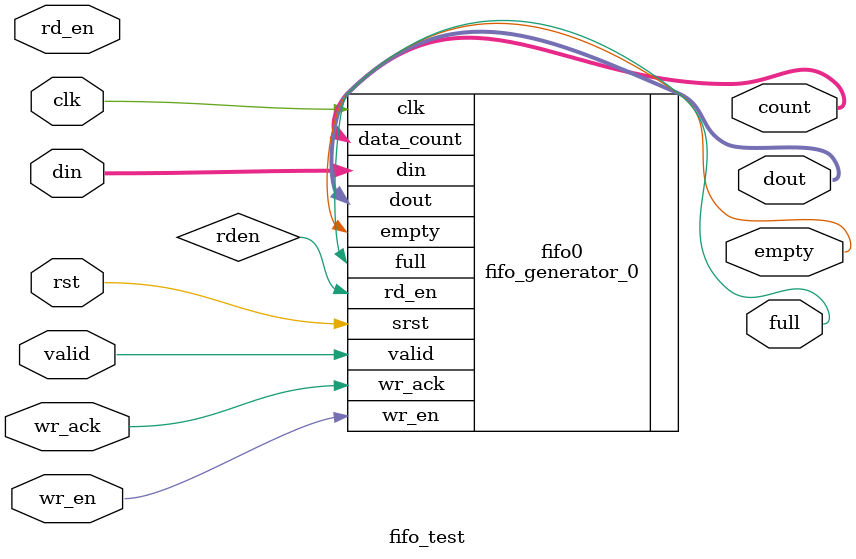
<source format=sv>
`timescale 1ns / 1ps


module fifo_test(
    input logic clk,rst,valid,wr_ack,
    input logic[31:0] din,
    input logic rd_en,wr_en,
    
    output logic full,
    output logic empty,
    output logic [31:0] dout,
    output logic [3:0] count
    );
    fifo_generator_0 fifo0(
    .srst(rst),
    .clk(clk),
    .full(full),
    .din(din),
    .wr_en(wr_en),
    .empty(empty),
    .dout(dout),
    .rd_en(rden),
    .valid(valid),
    .wr_ack(wr_ack),
    .data_count(count)
    );
endmodule

</source>
